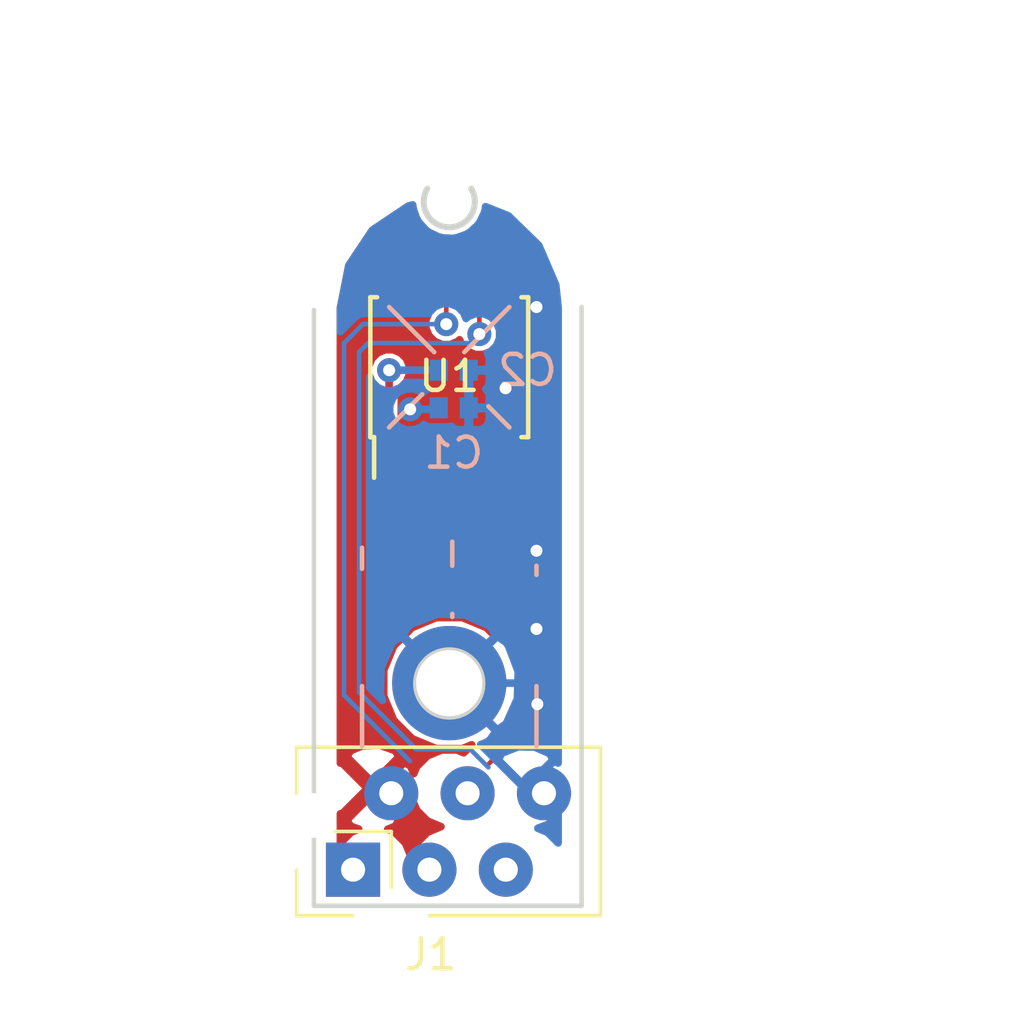
<source format=kicad_pcb>
(kicad_pcb (version 20171130) (host pcbnew 6.0.0-rc1-unknown-ef6f7e9~66~ubuntu16.04.1)

  (general
    (thickness 1)
    (drawings 21)
    (tracks 59)
    (zones 0)
    (modules 5)
    (nets 13)
  )

  (page A4)
  (layers
    (0 F.Cu signal)
    (31 B.Cu signal)
    (32 B.Adhes user)
    (33 F.Adhes user)
    (34 B.Paste user)
    (35 F.Paste user)
    (36 B.SilkS user)
    (37 F.SilkS user)
    (38 B.Mask user)
    (39 F.Mask user)
    (40 Dwgs.User user)
    (41 Cmts.User user)
    (42 Eco1.User user)
    (43 Eco2.User user)
    (44 Edge.Cuts user)
    (45 Margin user)
    (46 B.CrtYd user)
    (47 F.CrtYd user)
    (48 B.Fab user)
    (49 F.Fab user)
  )

  (setup
    (last_trace_width 0.1524)
    (trace_clearance 0.1524)
    (zone_clearance 0.1524)
    (zone_45_only no)
    (trace_min 0.1524)
    (via_size 0.8)
    (via_drill 0.4)
    (via_min_size 0.4)
    (via_min_drill 0.3)
    (uvia_size 0.3)
    (uvia_drill 0.1)
    (uvias_allowed no)
    (uvia_min_size 0.2)
    (uvia_min_drill 0.1)
    (edge_width 0.15)
    (segment_width 0.15)
    (pcb_text_width 0.3)
    (pcb_text_size 1.5 1.5)
    (mod_edge_width 0.15)
    (mod_text_size 1 1)
    (mod_text_width 0.15)
    (pad_size 1.524 1.524)
    (pad_drill 0.762)
    (pad_to_mask_clearance 0.2)
    (solder_mask_min_width 0.25)
    (aux_axis_origin 120.775 98.8)
    (grid_origin 120.775 98.8)
    (visible_elements 7FFDFFFF)
    (pcbplotparams
      (layerselection 0x010fc_ffffffff)
      (usegerberextensions true)
      (usegerberattributes false)
      (usegerberadvancedattributes false)
      (creategerberjobfile false)
      (excludeedgelayer true)
      (linewidth 0.100000)
      (plotframeref false)
      (viasonmask false)
      (mode 1)
      (useauxorigin false)
      (hpglpennumber 1)
      (hpglpenspeed 20)
      (hpglpendiameter 15.000000)
      (psnegative false)
      (psa4output false)
      (plotreference true)
      (plotvalue false)
      (plotinvisibletext false)
      (padsonsilk false)
      (subtractmaskfromsilk false)
      (outputformat 1)
      (mirror false)
      (drillshape 0)
      (scaleselection 1)
      (outputdirectory "grb"))
  )

  (net 0 "")
  (net 1 +5V)
  (net 2 GND)
  (net 3 "Net-(C2-Pad2)")
  (net 4 /MISO)
  (net 5 /MOSI)
  (net 6 /SCLK)
  (net 7 /CS)
  (net 8 "Net-(U1-Pad14)")
  (net 9 "Net-(U1-Pad13)")
  (net 10 "Net-(U1-Pad12)")
  (net 11 "Net-(U1-Pad4)")
  (net 12 "Net-(U1-Pad3)")

  (net_class Default "This is the default net class."
    (clearance 0.1524)
    (trace_width 0.1524)
    (via_dia 0.8)
    (via_drill 0.4)
    (uvia_dia 0.3)
    (uvia_drill 0.1)
    (add_net /CS)
    (add_net /MISO)
    (add_net /MOSI)
    (add_net /SCLK)
    (add_net "Net-(U1-Pad12)")
    (add_net "Net-(U1-Pad13)")
    (add_net "Net-(U1-Pad14)")
    (add_net "Net-(U1-Pad3)")
    (add_net "Net-(U1-Pad4)")
  )

  (net_class PWR ""
    (clearance 0.1524)
    (trace_width 0.254)
    (via_dia 0.8)
    (via_drill 0.4)
    (uvia_dia 0.3)
    (uvia_drill 0.1)
    (add_net +5V)
    (add_net GND)
    (add_net "Net-(C2-Pad2)")
  )

  (module custom_lib:TE-Connectivity_Micro-Match_connector_02x03_Pitch_1.27mm (layer F.Cu) (tedit 59BA7DB1) (tstamp 5C76CE75)
    (at 121.575 97.5 90)
    (descr "TE-Connectivity Micro-Match connector, female, 02x02, board mount, 1.27mm pitch, 215079-6")
    (tags "connector, TE-Connectivity, female")
    (path /5C76C55D)
    (fp_text reference J1 (at -2.8205 2.5875 180) (layer F.SilkS)
      (effects (font (size 1 1) (thickness 0.15)))
    )
    (fp_text value TE-Connectivity_Micro_Match_215079-6 (at 0 9.8 90) (layer F.Fab)
      (effects (font (size 1 1) (thickness 0.15)))
    )
    (fp_line (start -1.8 8.725) (end -1.8 -2.475) (layer F.CrtYd) (width 0.05))
    (fp_line (start -1.8 8.725) (end 4.4 8.725) (layer F.CrtYd) (width 0.05))
    (fp_line (start -1.53 2.54) (end -1.53 8.225) (layer F.SilkS) (width 0.12))
    (fp_line (start -1.33 -1.675) (end -1.33 8.025) (layer F.Fab) (width 0.1))
    (fp_line (start -1.33 8.025) (end 3.87 8.025) (layer F.Fab) (width 0.1))
    (fp_line (start 3.87 -1.675) (end 3.87 8.025) (layer F.Fab) (width 0.1))
    (fp_line (start -1.33 -1.675) (end 3.87 -1.675) (layer F.Fab) (width 0.1))
    (fp_line (start -1.53 8.225) (end 4.07 8.225) (layer F.SilkS) (width 0.12))
    (fp_line (start 4.07 -1.875) (end 4.07 8.225) (layer F.SilkS) (width 0.12))
    (fp_line (start 2.54 -1.875) (end 4.07 -1.875) (layer F.SilkS) (width 0.12))
    (fp_line (start 1.27 -0.6) (end 1.27 1.27) (layer F.SilkS) (width 0.12))
    (fp_line (start 1.27 1.27) (end -0.6 1.27) (layer F.SilkS) (width 0.12))
    (fp_line (start -1.53 0) (end -1.53 -1.875) (layer F.SilkS) (width 0.12))
    (fp_line (start -1.53 -1.875) (end 0 -1.875) (layer F.SilkS) (width 0.12))
    (fp_line (start 4.4 8.725) (end 4.4 -2.475) (layer F.CrtYd) (width 0.05))
    (fp_line (start -1.8 -2.475) (end 4.4 -2.475) (layer F.CrtYd) (width 0.05))
    (fp_text user %R (at -2.8205 2.5875 180) (layer F.Fab)
      (effects (font (size 1 1) (thickness 0.15)))
    )
    (pad 6 thru_hole circle (at 2.54 6.35 90) (size 1.8 1.8) (drill 0.8001) (layers *.Cu *.Mask)
      (net 2 GND))
    (pad 5 thru_hole circle (at 0 5.08 90) (size 1.8 1.8) (drill 0.8001) (layers *.Cu *.Mask)
      (net 7 /CS))
    (pad 1 thru_hole rect (at 0 0 90) (size 1.8 1.8) (drill 0.8001) (layers *.Cu *.Mask)
      (net 1 +5V))
    (pad 2 thru_hole circle (at 2.54 1.27 90) (size 1.8 1.8) (drill 0.8001) (layers *.Cu *.Mask)
      (net 4 /MISO))
    (pad 3 thru_hole circle (at 0 2.54 90) (size 1.8 1.8) (drill 0.8001) (layers *.Cu *.Mask)
      (net 5 /MOSI))
    (pad 4 thru_hole circle (at 2.54 3.81 90) (size 1.8 1.8) (drill 0.8001) (layers *.Cu *.Mask)
      (net 6 /SCLK))
    (pad "" np_thru_hole circle (at 1.8 -1.4 90) (size 1.5001 1.5001) (drill 1.5001) (layers *.Cu *.Mask))
    (model ../../_3Dmodels/Connectors_TE-Connectivity.3dshapes/c-215079-4-t-3d.wrl
      (at (xyz 0 0 0))
      (scale (xyz 1 1 1))
      (rotate (xyz 0 0 0))
    )
  )

  (module custom_lib:The_0402_FP (layer B.Cu) (tedit 5A981177) (tstamp 5BAE5638)
    (at 124.925 82.15 180)
    (path /5B9FB1D1)
    (attr smd)
    (fp_text reference C1 (at 0 -1.5 180) (layer B.SilkS)
      (effects (font (size 1 1) (thickness 0.15)) (justify mirror))
    )
    (fp_text value 100n (at 0 -1.65 180) (layer B.Fab)
      (effects (font (size 1 1) (thickness 0.15)) (justify mirror))
    )
    (fp_line (start -0.5 -0.25) (end -0.5 0.25) (layer B.Fab) (width 0.1))
    (fp_line (start 0.5 -0.25) (end -0.5 -0.25) (layer B.Fab) (width 0.1))
    (fp_line (start 0.5 0.25) (end 0.5 -0.25) (layer B.Fab) (width 0.1))
    (fp_line (start -0.5 0.25) (end 0.5 0.25) (layer B.Fab) (width 0.1))
    (fp_line (start -0.95 -0.5) (end -0.95 0.5) (layer B.CrtYd) (width 0.05))
    (fp_line (start 0.95 -0.5) (end -0.95 -0.5) (layer B.CrtYd) (width 0.05))
    (fp_line (start 0.95 0.5) (end 0.95 -0.5) (layer B.CrtYd) (width 0.05))
    (fp_line (start -0.95 0.5) (end 0.95 0.5) (layer B.CrtYd) (width 0.05))
    (pad 2 smd rect (at 0.5 0 180) (size 0.6 0.7) (layers B.Cu B.Paste B.Mask)
      (net 1 +5V))
    (pad 1 smd rect (at -0.5 0 180) (size 0.6 0.7) (layers B.Cu B.Paste B.Mask)
      (net 2 GND))
    (model ${KISYS3DMOD}/Capacitor_SMD.3dshapes/C_0402_1005Metric.wrl
      (at (xyz 0 0 0))
      (scale (xyz 1 1 1))
      (rotate (xyz 0 0 0))
    )
  )

  (module custom_lib:The_0402_FP (layer B.Cu) (tedit 5A981177) (tstamp 5BA23118)
    (at 124.925 80.9 180)
    (path /5B9FB275)
    (attr smd)
    (fp_text reference C2 (at -2.45 0) (layer B.SilkS)
      (effects (font (size 1 1) (thickness 0.15)) (justify mirror))
    )
    (fp_text value 100n (at 0 -1.65 180) (layer B.Fab)
      (effects (font (size 1 1) (thickness 0.15)) (justify mirror))
    )
    (fp_line (start -0.95 0.5) (end 0.95 0.5) (layer B.CrtYd) (width 0.05))
    (fp_line (start 0.95 0.5) (end 0.95 -0.5) (layer B.CrtYd) (width 0.05))
    (fp_line (start 0.95 -0.5) (end -0.95 -0.5) (layer B.CrtYd) (width 0.05))
    (fp_line (start -0.95 -0.5) (end -0.95 0.5) (layer B.CrtYd) (width 0.05))
    (fp_line (start -0.5 0.25) (end 0.5 0.25) (layer B.Fab) (width 0.1))
    (fp_line (start 0.5 0.25) (end 0.5 -0.25) (layer B.Fab) (width 0.1))
    (fp_line (start 0.5 -0.25) (end -0.5 -0.25) (layer B.Fab) (width 0.1))
    (fp_line (start -0.5 -0.25) (end -0.5 0.25) (layer B.Fab) (width 0.1))
    (pad 1 smd rect (at -0.5 0 180) (size 0.6 0.7) (layers B.Cu B.Paste B.Mask)
      (net 2 GND))
    (pad 2 smd rect (at 0.5 0 180) (size 0.6 0.7) (layers B.Cu B.Paste B.Mask)
      (net 3 "Net-(C2-Pad2)"))
    (model ${KISYS3DMOD}/Capacitor_SMD.3dshapes/C_0402_1005Metric.wrl
      (at (xyz 0 0 0))
      (scale (xyz 1 1 1))
      (rotate (xyz 0 0 0))
    )
  )

  (module Package_SSOP:TSSOP-14_4.4x5mm_P0.65mm (layer F.Cu) (tedit 5A02F25C) (tstamp 5BA2347F)
    (at 124.775 80.8 90)
    (descr "14-Lead Plastic Thin Shrink Small Outline (ST)-4.4 mm Body [TSSOP] (see Microchip Packaging Specification 00000049BS.pdf)")
    (tags "SSOP 0.65")
    (path /5B9FB040)
    (attr smd)
    (fp_text reference U1 (at -0.3 0) (layer F.SilkS)
      (effects (font (size 1 1) (thickness 0.15)))
    )
    (fp_text value A1339LLETR-T (at 0 3.55 90) (layer F.Fab)
      (effects (font (size 1 1) (thickness 0.15)))
    )
    (fp_text user %R (at 0 0 90) (layer F.Fab)
      (effects (font (size 0.8 0.8) (thickness 0.15)))
    )
    (fp_line (start -2.325 -2.5) (end -3.675 -2.5) (layer F.SilkS) (width 0.15))
    (fp_line (start -2.325 2.625) (end 2.325 2.625) (layer F.SilkS) (width 0.15))
    (fp_line (start -2.325 -2.625) (end 2.325 -2.625) (layer F.SilkS) (width 0.15))
    (fp_line (start -2.325 2.625) (end -2.325 2.4) (layer F.SilkS) (width 0.15))
    (fp_line (start 2.325 2.625) (end 2.325 2.4) (layer F.SilkS) (width 0.15))
    (fp_line (start 2.325 -2.625) (end 2.325 -2.4) (layer F.SilkS) (width 0.15))
    (fp_line (start -2.325 -2.625) (end -2.325 -2.5) (layer F.SilkS) (width 0.15))
    (fp_line (start -3.95 2.8) (end 3.95 2.8) (layer F.CrtYd) (width 0.05))
    (fp_line (start -3.95 -2.8) (end 3.95 -2.8) (layer F.CrtYd) (width 0.05))
    (fp_line (start 3.95 -2.8) (end 3.95 2.8) (layer F.CrtYd) (width 0.05))
    (fp_line (start -3.95 -2.8) (end -3.95 2.8) (layer F.CrtYd) (width 0.05))
    (fp_line (start -2.2 -1.5) (end -1.2 -2.5) (layer F.Fab) (width 0.15))
    (fp_line (start -2.2 2.5) (end -2.2 -1.5) (layer F.Fab) (width 0.15))
    (fp_line (start 2.2 2.5) (end -2.2 2.5) (layer F.Fab) (width 0.15))
    (fp_line (start 2.2 -2.5) (end 2.2 2.5) (layer F.Fab) (width 0.15))
    (fp_line (start -1.2 -2.5) (end 2.2 -2.5) (layer F.Fab) (width 0.15))
    (pad 14 smd rect (at 2.95 -1.95 90) (size 1.45 0.45) (layers F.Cu F.Paste F.Mask)
      (net 8 "Net-(U1-Pad14)"))
    (pad 13 smd rect (at 2.95 -1.3 90) (size 1.45 0.45) (layers F.Cu F.Paste F.Mask)
      (net 9 "Net-(U1-Pad13)"))
    (pad 12 smd rect (at 2.95 -0.65 90) (size 1.45 0.45) (layers F.Cu F.Paste F.Mask)
      (net 10 "Net-(U1-Pad12)"))
    (pad 11 smd rect (at 2.95 0 90) (size 1.45 0.45) (layers F.Cu F.Paste F.Mask)
      (net 4 /MISO))
    (pad 10 smd rect (at 2.95 0.65 90) (size 1.45 0.45) (layers F.Cu F.Paste F.Mask)
      (net 5 /MOSI))
    (pad 9 smd rect (at 2.95 1.3 90) (size 1.45 0.45) (layers F.Cu F.Paste F.Mask)
      (net 6 /SCLK))
    (pad 8 smd rect (at 2.95 1.95 90) (size 1.45 0.45) (layers F.Cu F.Paste F.Mask)
      (net 7 /CS))
    (pad 7 smd rect (at -2.95 1.95 90) (size 1.45 0.45) (layers F.Cu F.Paste F.Mask)
      (net 2 GND))
    (pad 6 smd rect (at -2.95 1.3 90) (size 1.45 0.45) (layers F.Cu F.Paste F.Mask)
      (net 2 GND))
    (pad 5 smd rect (at -2.95 0.65 90) (size 1.45 0.45) (layers F.Cu F.Paste F.Mask)
      (net 2 GND))
    (pad 4 smd rect (at -2.95 0 90) (size 1.45 0.45) (layers F.Cu F.Paste F.Mask)
      (net 11 "Net-(U1-Pad4)"))
    (pad 3 smd rect (at -2.95 -0.65 90) (size 1.45 0.45) (layers F.Cu F.Paste F.Mask)
      (net 12 "Net-(U1-Pad3)"))
    (pad 2 smd rect (at -2.95 -1.3 90) (size 1.45 0.45) (layers F.Cu F.Paste F.Mask)
      (net 1 +5V))
    (pad 1 smd rect (at -2.95 -1.95 90) (size 1.45 0.45) (layers F.Cu F.Paste F.Mask)
      (net 3 "Net-(C2-Pad2)"))
    (model ${KISYS3DMOD}/Package_SSOP.3dshapes/TSSOP-14_4.4x5mm_P0.65mm.wrl
      (at (xyz 0 0 0))
      (scale (xyz 1 1 1))
      (rotate (xyz 0 0 0))
    )
  )

  (module Mounting_Holes:MountingHole_2.2mm_M2_DIN965_Pad (layer F.Cu) (tedit 5BAE556A) (tstamp 5BD14B60)
    (at 124.775 91.3)
    (descr "Mounting Hole 2.2mm, M2, DIN965")
    (tags "mounting hole 2.2mm m2 din965")
    (path /5BAA9236)
    (fp_text reference MK1 (at 0 -2.9) (layer F.SilkS) hide
      (effects (font (size 1 1) (thickness 0.15)))
    )
    (fp_text value Mounting_Hole_PAD (at 0 2.9) (layer F.Fab)
      (effects (font (size 1 1) (thickness 0.15)))
    )
    (fp_circle (center 0 0) (end 1.9 0) (layer Cmts.User) (width 0.15))
    (fp_circle (center 0 0) (end 2.15 0) (layer F.CrtYd) (width 0.05))
    (pad 1 thru_hole circle (at 0 0) (size 3.8 3.8) (drill 2.2) (layers *.Cu *.Mask)
      (net 2 GND))
  )

  (gr_line (start 120.275 98.7) (end 120.275 78.9) (layer Edge.Cuts) (width 0.15))
  (gr_line (start 129.175 98.7) (end 129.175 78.8) (layer Edge.Cuts) (width 0.15))
  (gr_line (start 120.275 98.7) (end 129.175 98.7) (layer Edge.Cuts) (width 0.15))
  (gr_line (start 122.775 82.8) (end 123.875 81.7) (layer B.SilkS) (width 0.15))
  (gr_line (start 126.775 82.8) (end 126.075 82.1) (layer B.SilkS) (width 0.15))
  (gr_line (start 124.875 89) (end 124.875 89.1) (layer B.SilkS) (width 0.15))
  (gr_line (start 127.675 87.4) (end 127.675 87.7) (layer B.SilkS) (width 0.15))
  (gr_line (start 124.875 86.6) (end 124.875 87.4) (layer B.SilkS) (width 0.15))
  (gr_line (start 121.875 86.8) (end 121.875 87.5) (layer B.SilkS) (width 0.15))
  (gr_line (start 127.675 91.4) (end 127.675 93.4) (layer B.SilkS) (width 0.15))
  (gr_line (start 121.875 91.4) (end 121.875 93.4) (layer B.SilkS) (width 0.15))
  (dimension 24.000052 (width 0.3) (layer Dwgs.User)
    (gr_text "24.000 mm" (at 116.120009 86.797479 89.88063397) (layer Dwgs.User)
      (effects (font (size 1.5 1.5) (thickness 0.3)))
    )
    (feature1 (pts (xy 120.005 98.8) (xy 114.745012 98.800292)))
    (feature2 (pts (xy 120.055 74.8) (xy 114.795012 74.800292)))
    (crossbar (pts (xy 117.495006 74.794667) (xy 117.445006 98.794667)))
    (arrow1a (pts (xy 117.445006 98.794667) (xy 116.860933 97.666944)))
    (arrow1b (pts (xy 117.445006 98.794667) (xy 118.033772 97.669387)))
    (arrow2a (pts (xy 117.495006 74.794667) (xy 116.90624 75.919947)))
    (arrow2b (pts (xy 117.495006 74.794667) (xy 118.079079 75.92239)))
  )
  (dimension 7.5 (width 0.3) (layer Dwgs.User)
    (gr_text "7.500 mm" (at 140.825 95.05 270) (layer Dwgs.User)
      (effects (font (size 1.5 1.5) (thickness 0.3)))
    )
    (feature1 (pts (xy 136.575 98.8) (xy 142.175 98.8)))
    (feature2 (pts (xy 136.575 91.3) (xy 142.175 91.3)))
    (crossbar (pts (xy 139.475 91.3) (xy 139.475 98.8)))
    (arrow1a (pts (xy 139.475 98.8) (xy 138.888579 97.673496)))
    (arrow1b (pts (xy 139.475 98.8) (xy 140.061421 97.673496)))
    (arrow2a (pts (xy 139.475 91.3) (xy 138.888579 92.426504)))
    (arrow2b (pts (xy 139.475 91.3) (xy 140.061421 92.426504)))
  )
  (dimension 8 (width 0.3) (layer Dwgs.User)
    (gr_text "8.000 mm" (at 124.775 103.25) (layer Dwgs.User)
      (effects (font (size 1.5 1.5) (thickness 0.3)))
    )
    (feature1 (pts (xy 128.775 98.8) (xy 128.775 104.6)))
    (feature2 (pts (xy 120.775 98.8) (xy 120.775 104.6)))
    (crossbar (pts (xy 120.775 101.9) (xy 128.775 101.9)))
    (arrow1a (pts (xy 128.775 101.9) (xy 127.648496 102.486421)))
    (arrow1b (pts (xy 128.775 101.9) (xy 127.648496 101.313579)))
    (arrow2a (pts (xy 120.775 101.9) (xy 121.901504 102.486421)))
    (arrow2b (pts (xy 120.775 101.9) (xy 121.901504 101.313579)))
  )
  (dimension 4 (width 0.3) (layer Dwgs.User)
    (gr_text "4.000 mm" (at 122.775 70.45) (layer Dwgs.User)
      (effects (font (size 1.5 1.5) (thickness 0.3)))
    )
    (feature1 (pts (xy 120.775 74.3) (xy 120.775 69.1)))
    (feature2 (pts (xy 124.775 74.3) (xy 124.775 69.1)))
    (crossbar (pts (xy 124.775 71.8) (xy 120.775 71.8)))
    (arrow1a (pts (xy 120.775 71.8) (xy 121.901504 71.213579)))
    (arrow1b (pts (xy 120.775 71.8) (xy 121.901504 72.386421)))
    (arrow2a (pts (xy 124.775 71.8) (xy 123.648496 71.213579)))
    (arrow2b (pts (xy 124.775 71.8) (xy 123.648496 72.386421)))
  )
  (dimension 18 (width 0.3) (layer Dwgs.User)
    (gr_text "18.000 mm" (at 133.725 89.8 270) (layer Dwgs.User)
      (effects (font (size 1.5 1.5) (thickness 0.3)))
    )
    (feature1 (pts (xy 129.775 98.8) (xy 135.075 98.8)))
    (feature2 (pts (xy 129.775 80.8) (xy 135.075 80.8)))
    (crossbar (pts (xy 132.375 80.8) (xy 132.375 98.8)))
    (arrow1a (pts (xy 132.375 98.8) (xy 131.788579 97.673496)))
    (arrow1b (pts (xy 132.375 98.8) (xy 132.961421 97.673496)))
    (arrow2a (pts (xy 132.375 80.8) (xy 131.788579 81.926504)))
    (arrow2b (pts (xy 132.375 80.8) (xy 132.961421 81.926504)))
  )
  (gr_circle (center 124.775 91.311429) (end 125.875 91.311429) (layer Edge.Cuts) (width 0.2))
  (gr_circle (center 124.775 91.311429) (end 125.875 91.311429) (layer Edge.Cuts) (width 0.2))
  (gr_line (start 126.775 78.8) (end 125.275 80.3) (layer B.SilkS) (width 0.15) (tstamp 5BA230F7))
  (gr_arc (start 124.775 75.3) (end 124.04326 74.8675) (angle -241.2) (layer Edge.Cuts) (width 0.2) (tstamp 5BA23106))
  (gr_line (start 122.775 78.8) (end 124.275 80.3) (layer B.SilkS) (width 0.15) (tstamp 5BA23109))

  (segment (start 123.475 82.2) (end 124.375 82.2) (width 0.254) (layer B.Cu) (net 1))
  (segment (start 124.375 82.2) (end 124.425 82.15) (width 0.254) (layer B.Cu) (net 1))
  (segment (start 123.475 83.75) (end 123.475 82.2) (width 0.254) (layer F.Cu) (net 1))
  (via (at 123.475 82.2) (size 0.8) (drill 0.4) (layers F.Cu B.Cu) (net 1))
  (via (at 127.70361 92) (size 0.8) (drill 0.4) (layers F.Cu B.Cu) (net 2))
  (via (at 127.675 78.8) (size 0.8) (drill 0.4) (layers F.Cu B.Cu) (net 2))
  (via (at 127.675 86.9) (size 0.8) (drill 0.4) (layers F.Cu B.Cu) (net 2))
  (via (at 127.675 89.5) (size 0.8) (drill 0.4) (layers F.Cu B.Cu) (net 2))
  (via (at 126.64639 81.5) (size 0.8) (drill 0.4) (layers F.Cu B.Cu) (net 2))
  (segment (start 126.725 83.75) (end 126.725 81.57861) (width 0.254) (layer F.Cu) (net 2))
  (segment (start 126.725 81.57861) (end 126.64639 81.5) (width 0.254) (layer F.Cu) (net 2))
  (segment (start 127.075 91.3) (end 127.315 91.54) (width 0.254) (layer B.Cu) (net 2))
  (segment (start 124.775 91.3) (end 127.075 91.3) (width 0.254) (layer B.Cu) (net 2))
  (segment (start 126.725 83.75) (end 126.075 83.75) (width 0.254) (layer F.Cu) (net 2))
  (segment (start 125.425 83.75) (end 126.075 83.75) (width 0.254) (layer F.Cu) (net 2))
  (segment (start 122.775 83.7) (end 122.775 82.721) (width 0.254) (layer F.Cu) (net 3))
  (segment (start 122.825 83.75) (end 122.775 83.7) (width 0.254) (layer F.Cu) (net 3))
  (segment (start 122.775 82.721) (end 122.775 80.9) (width 0.254) (layer F.Cu) (net 3))
  (segment (start 122.775 80.9) (end 124.425 80.9) (width 0.254) (layer B.Cu) (net 3))
  (via (at 122.775 80.9) (size 0.8) (drill 0.4) (layers F.Cu B.Cu) (net 3))
  (segment (start 124.675 79.368998) (end 124.675 77.95) (width 0.1524) (layer F.Cu) (net 4))
  (segment (start 124.675 77.95) (end 124.775 77.85) (width 0.1524) (layer F.Cu) (net 4))
  (segment (start 121.906002 79.368998) (end 124.675 79.368998) (width 0.1524) (layer B.Cu) (net 4))
  (segment (start 121.275 80) (end 121.906002 79.368998) (width 0.1524) (layer B.Cu) (net 4))
  (via (at 124.675 79.368998) (size 0.8) (drill 0.4) (layers F.Cu B.Cu) (net 4))
  (segment (start 121.275 87.9) (end 121.275 80) (width 0.1524) (layer B.Cu) (net 4))
  (segment (start 121.275 91.7) (end 121.275 87.9) (width 0.1524) (layer B.Cu) (net 4))
  (segment (start 123.463091 93.888091) (end 121.275 91.7) (width 0.1524) (layer B.Cu) (net 4))
  (segment (start 125.775 79.7) (end 125.775 79.134315) (width 0.1524) (layer F.Cu) (net 5))
  (segment (start 125.775 79.134315) (end 125.425 78.784315) (width 0.1524) (layer F.Cu) (net 5))
  (segment (start 125.425 78.784315) (end 125.425 78.7274) (width 0.1524) (layer F.Cu) (net 5))
  (segment (start 125.425 78.7274) (end 125.425 77.85) (width 0.1524) (layer F.Cu) (net 5))
  (segment (start 122.077402 79.997598) (end 125.477402 79.997598) (width 0.1524) (layer B.Cu) (net 5))
  (segment (start 121.775 80.3) (end 122.077402 79.997598) (width 0.1524) (layer B.Cu) (net 5))
  (segment (start 125.477402 79.997598) (end 125.775 79.7) (width 0.1524) (layer B.Cu) (net 5))
  (via (at 125.775 79.7) (size 0.8) (drill 0.4) (layers F.Cu B.Cu) (net 5))
  (segment (start 121.775 91.6) (end 121.775 80.3) (width 0.1524) (layer B.Cu) (net 5))
  (segment (start 122.075 91.9) (end 121.775 91.6) (width 0.1524) (layer B.Cu) (net 5))
  (segment (start 122.775 92.6) (end 122.075 91.9) (width 0.1524) (layer B.Cu) (net 5))
  (segment (start 126.075 94.1) (end 125.475 93.5) (width 0.1524) (layer B.Cu) (net 5))
  (segment (start 125.475 93.5) (end 123.675 93.5) (width 0.1524) (layer B.Cu) (net 5))
  (segment (start 123.675 93.5) (end 122.775 92.6) (width 0.1524) (layer B.Cu) (net 5))
  (segment (start 128.375 92.4) (end 128.375 78.6) (width 0.1524) (layer F.Cu) (net 6))
  (segment (start 126.075 76.7) (end 126.075 77.85) (width 0.1524) (layer F.Cu) (net 6))
  (segment (start 127.37019 93.40481) (end 128.375 92.4) (width 0.1524) (layer F.Cu) (net 6))
  (segment (start 126.67019 93.40481) (end 127.37019 93.40481) (width 0.1524) (layer F.Cu) (net 6))
  (segment (start 126.075 94) (end 126.67019 93.40481) (width 0.1524) (layer F.Cu) (net 6))
  (segment (start 128.375 78.6) (end 127.775 78) (width 0.1524) (layer F.Cu) (net 6))
  (segment (start 127.775 78) (end 127.775 77.1) (width 0.1524) (layer F.Cu) (net 6))
  (segment (start 126.275 76.5) (end 126.075 76.7) (width 0.1524) (layer F.Cu) (net 6))
  (segment (start 127.775 77.1) (end 127.175 76.5) (width 0.1524) (layer F.Cu) (net 6))
  (segment (start 127.175 76.5) (end 126.275 76.5) (width 0.1524) (layer F.Cu) (net 6))
  (segment (start 126.575 85.7) (end 127.475 84.8) (width 0.1524) (layer F.Cu) (net 7))
  (segment (start 126.575 89.8) (end 126.575 85.7) (width 0.1524) (layer F.Cu) (net 7))
  (segment (start 127.075 90.3) (end 126.575 89.8) (width 0.1524) (layer F.Cu) (net 7))
  (segment (start 126.725 78.95) (end 126.725 77.85) (width 0.1524) (layer F.Cu) (net 7))
  (segment (start 127.075 92.3) (end 127.075 90.3) (width 0.1524) (layer F.Cu) (net 7))
  (segment (start 127.475 84.8) (end 127.475 79.7) (width 0.1524) (layer F.Cu) (net 7))
  (segment (start 127.475 79.7) (end 126.725 78.95) (width 0.1524) (layer F.Cu) (net 7))

  (zone (net 1) (net_name +5V) (layer F.Cu) (tstamp 0) (hatch edge 0.508)
    (connect_pads (clearance 0.1524))
    (min_thickness 0.254)
    (fill yes (arc_segments 16) (thermal_gap 0.3048) (thermal_bridge_width 0.508))
    (polygon
      (pts
        (xy 120.975 98.6) (xy 128.575 98.6) (xy 128.575 74.8) (xy 120.975 74.8)
      )
    )
    (filled_polygon
      (pts
        (xy 123.574459 75.537958) (xy 123.575574 75.545779) (xy 123.685542 75.85867) (xy 123.76093 75.98607) (xy 123.982266 76.233062)
        (xy 124.10067 76.321915) (xy 124.399675 76.465402) (xy 124.399677 76.465403) (xy 124.506291 76.492748) (xy 124.543069 76.502181)
        (xy 124.54307 76.502181) (xy 124.5456 76.50232) (xy 124.5456 76.841002) (xy 124.45 76.860019) (xy 124.35 76.840127)
        (xy 123.9 76.840127) (xy 123.8 76.860019) (xy 123.7 76.840127) (xy 123.25 76.840127) (xy 123.15 76.860019)
        (xy 123.05 76.840127) (xy 122.6 76.840127) (xy 122.490984 76.861812) (xy 122.398564 76.923564) (xy 122.336812 77.015984)
        (xy 122.315127 77.125) (xy 122.315127 78.575) (xy 122.336812 78.684016) (xy 122.398564 78.776436) (xy 122.490984 78.838188)
        (xy 122.6 78.859873) (xy 123.05 78.859873) (xy 123.15 78.839981) (xy 123.25 78.859873) (xy 123.7 78.859873)
        (xy 123.8 78.839981) (xy 123.9 78.859873) (xy 124.223309 78.859873) (xy 124.099033 78.984149) (xy 123.9956 79.233857)
        (xy 123.9956 79.504139) (xy 124.099033 79.753847) (xy 124.290151 79.944965) (xy 124.539859 80.048398) (xy 124.810141 80.048398)
        (xy 125.059849 79.944965) (xy 125.117296 79.887518) (xy 125.199033 80.084849) (xy 125.390151 80.275967) (xy 125.639859 80.3794)
        (xy 125.910141 80.3794) (xy 126.159849 80.275967) (xy 126.350967 80.084849) (xy 126.4544 79.835141) (xy 126.4544 79.564859)
        (xy 126.350967 79.315151) (xy 126.159849 79.124033) (xy 126.125745 79.109907) (xy 126.103532 78.998232) (xy 126.026447 78.882868)
        (xy 126.003452 78.859873) (xy 126.189741 78.859873) (xy 126.39163 79.061762) (xy 126.396468 79.086083) (xy 126.473553 79.201447)
        (xy 127.1194 79.847294) (xy 127.1194 81.012194) (xy 127.031239 80.924033) (xy 126.781531 80.8206) (xy 126.511249 80.8206)
        (xy 126.261541 80.924033) (xy 126.070423 81.115151) (xy 125.96699 81.364859) (xy 125.96699 81.635141) (xy 126.070423 81.884849)
        (xy 126.261541 82.075967) (xy 126.3186 82.099602) (xy 126.3186 82.743827) (xy 126.3 82.740127) (xy 125.85 82.740127)
        (xy 125.75 82.760019) (xy 125.65 82.740127) (xy 125.2 82.740127) (xy 125.1 82.760019) (xy 125 82.740127)
        (xy 124.55 82.740127) (xy 124.45 82.760019) (xy 124.35 82.740127) (xy 124.025785 82.740127) (xy 123.944595 82.658938)
        (xy 123.785891 82.5932) (xy 123.69545 82.5932) (xy 123.5875 82.70115) (xy 123.5875 83.623) (xy 123.615127 83.623)
        (xy 123.615127 83.877) (xy 123.5875 83.877) (xy 123.5875 84.79885) (xy 123.69545 84.9068) (xy 123.785891 84.9068)
        (xy 123.944595 84.841062) (xy 124.025785 84.759873) (xy 124.35 84.759873) (xy 124.45 84.739981) (xy 124.55 84.759873)
        (xy 125 84.759873) (xy 125.1 84.739981) (xy 125.2 84.759873) (xy 125.65 84.759873) (xy 125.75 84.739981)
        (xy 125.85 84.759873) (xy 126.1956 84.759873) (xy 126.1956 89.638463) (xy 126.009531 89.452394) (xy 125.20851 89.1206)
        (xy 124.34149 89.1206) (xy 123.540469 89.452394) (xy 122.927394 90.065469) (xy 122.5956 90.86649) (xy 122.5956 91.73351)
        (xy 122.927394 92.534531) (xy 123.540469 93.147606) (xy 124.34149 93.4794) (xy 125.20851 93.4794) (xy 125.522952 93.349154)
        (xy 125.256799 93.615307) (xy 125.029387 93.52111) (xy 124.520613 93.52111) (xy 124.050567 93.715809) (xy 123.690809 94.075567)
        (xy 123.593964 94.309373) (xy 123.485793 94.048227) (xy 123.276144 93.938461) (xy 122.414605 94.8) (xy 123.276144 95.661539)
        (xy 123.485793 95.551773) (xy 123.586267 95.272045) (xy 123.690809 95.524433) (xy 124.050567 95.884191) (xy 124.499151 96.07)
        (xy 124.050567 96.255809) (xy 123.690809 96.615567) (xy 123.505 97.064151) (xy 123.319191 96.615567) (xy 122.959433 96.255809)
        (xy 122.725627 96.158964) (xy 122.986773 96.050793) (xy 123.096539 95.841144) (xy 122.235 94.979605) (xy 121.373461 95.841144)
        (xy 121.483227 96.050793) (xy 121.762955 96.151267) (xy 121.510567 96.255809) (xy 121.1544 96.611976) (xy 121.1544 95.640881)
        (xy 121.193856 95.661539) (xy 122.055395 94.8) (xy 121.193856 93.938461) (xy 121.1544 93.959119) (xy 121.1544 93.758856)
        (xy 121.373461 93.758856) (xy 122.235 94.620395) (xy 123.096539 93.758856) (xy 122.986773 93.549207) (xy 122.45089 93.356726)
        (xy 121.88214 93.383971) (xy 121.483227 93.549207) (xy 121.373461 93.758856) (xy 121.1544 93.758856) (xy 121.1544 80.764859)
        (xy 122.0956 80.764859) (xy 122.0956 81.035141) (xy 122.199033 81.284849) (xy 122.3686 81.454416) (xy 122.3686 82.868409)
        (xy 122.336812 82.915984) (xy 122.315127 83.025) (xy 122.315127 84.475) (xy 122.336812 84.584016) (xy 122.398564 84.676436)
        (xy 122.490984 84.738188) (xy 122.6 84.759873) (xy 122.924215 84.759873) (xy 123.005405 84.841062) (xy 123.164109 84.9068)
        (xy 123.25455 84.9068) (xy 123.3625 84.79885) (xy 123.3625 83.877) (xy 123.334873 83.877) (xy 123.334873 83.623)
        (xy 123.3625 83.623) (xy 123.3625 82.70115) (xy 123.25455 82.5932) (xy 123.1814 82.5932) (xy 123.1814 81.454416)
        (xy 123.350967 81.284849) (xy 123.4544 81.035141) (xy 123.4544 80.764859) (xy 123.350967 80.515151) (xy 123.159849 80.324033)
        (xy 122.910141 80.2206) (xy 122.639859 80.2206) (xy 122.390151 80.324033) (xy 122.199033 80.515151) (xy 122.0956 80.764859)
        (xy 121.1544 80.764859) (xy 121.1544 78.840081) (xy 121.435886 77.419677) (xy 122.218286 76.246925) (xy 123.404819 75.452887)
        (xy 123.555931 75.408009)
      )
    )
  )
  (zone (net 2) (net_name GND) (layer B.Cu) (tstamp 0) (hatch edge 0.508)
    (connect_pads (clearance 0.1524))
    (min_thickness 0.254)
    (fill yes (arc_segments 16) (thermal_gap 0.254) (thermal_bridge_width 0.3048))
    (polygon
      (pts
        (xy 120.975 98.6) (xy 128.575 98.6) (xy 128.575 74.8) (xy 120.975 74.8)
      )
    )
    (filled_polygon
      (pts
        (xy 123.574459 75.537958) (xy 123.575574 75.545779) (xy 123.685542 75.85867) (xy 123.76093 75.98607) (xy 123.982266 76.233062)
        (xy 124.10067 76.321915) (xy 124.399675 76.465402) (xy 124.399677 76.465403) (xy 124.506291 76.492748) (xy 124.543069 76.502181)
        (xy 124.54307 76.502181) (xy 124.874226 76.520321) (xy 124.874227 76.520321) (xy 125.020779 76.499426) (xy 125.33367 76.389458)
        (xy 125.46107 76.31407) (xy 125.708062 76.092734) (xy 125.796915 75.97433) (xy 125.940402 75.675324) (xy 125.940403 75.675323)
        (xy 125.977181 75.53193) (xy 125.980808 75.46571) (xy 126.742871 75.769742) (xy 127.752707 76.753481) (xy 128.316284 78.065242)
        (xy 128.3956 78.819887) (xy 128.3956 93.957179) (xy 128.260712 93.890209) (xy 127.350921 94.8) (xy 128.260712 95.709791)
        (xy 128.3956 95.642821) (xy 128.3956 96.611976) (xy 128.039433 96.255809) (xy 127.72034 96.123637) (xy 128.071972 95.986654)
        (xy 128.121645 95.953464) (xy 128.224791 95.745712) (xy 127.315 94.835921) (xy 127.300858 94.850064) (xy 127.264937 94.814143)
        (xy 127.279079 94.8) (xy 126.369288 93.890209) (xy 126.358019 93.895804) (xy 126.330279 93.854288) (xy 126.405209 93.854288)
        (xy 127.315 94.764079) (xy 128.224791 93.854288) (xy 128.121645 93.646536) (xy 127.618831 93.425649) (xy 127.069762 93.413994)
        (xy 126.558028 93.613346) (xy 126.508355 93.646536) (xy 126.405209 93.854288) (xy 126.330279 93.854288) (xy 126.326447 93.848553)
        (xy 125.82044 93.342546) (xy 126.011752 93.269584) (xy 126.121374 93.196337) (xy 126.334094 92.895015) (xy 125.806412 92.367333)
        (xy 125.821094 92.357523) (xy 125.84006 92.329139) (xy 126.370015 92.859094) (xy 126.671337 92.646374) (xy 127.042222 91.81819)
        (xy 127.067943 90.911117) (xy 126.744584 90.063248) (xy 126.671337 89.953626) (xy 126.370015 89.740906) (xy 125.830904 90.280017)
        (xy 125.821094 90.265335) (xy 125.79271 90.246369) (xy 126.334094 89.704985) (xy 126.121374 89.403663) (xy 125.29319 89.032778)
        (xy 124.386117 89.007057) (xy 123.538248 89.330416) (xy 123.428626 89.403663) (xy 123.215906 89.704985) (xy 123.75729 90.246369)
        (xy 123.728906 90.265335) (xy 123.719096 90.280017) (xy 123.179985 89.740906) (xy 122.878663 89.953626) (xy 122.507778 90.78181)
        (xy 122.482057 91.688883) (xy 122.553127 91.875232) (xy 122.326447 91.648553) (xy 122.1306 91.452706) (xy 122.1306 81.119638)
        (xy 122.199033 81.284849) (xy 122.390151 81.475967) (xy 122.639859 81.5794) (xy 122.910141 81.5794) (xy 123.159849 81.475967)
        (xy 123.329416 81.3064) (xy 123.851346 81.3064) (xy 123.861812 81.359016) (xy 123.923564 81.451436) (xy 124.015984 81.513188)
        (xy 124.075366 81.525) (xy 124.015984 81.536812) (xy 123.923564 81.598564) (xy 123.887842 81.652026) (xy 123.859849 81.624033)
        (xy 123.610141 81.5206) (xy 123.339859 81.5206) (xy 123.090151 81.624033) (xy 122.899033 81.815151) (xy 122.7956 82.064859)
        (xy 122.7956 82.335141) (xy 122.899033 82.584849) (xy 123.090151 82.775967) (xy 123.339859 82.8794) (xy 123.610141 82.8794)
        (xy 123.859849 82.775967) (xy 123.930048 82.705768) (xy 124.015984 82.763188) (xy 124.125 82.784873) (xy 124.725 82.784873)
        (xy 124.834016 82.763188) (xy 124.843222 82.757037) (xy 124.90918 82.822996) (xy 125.049214 82.881) (xy 125.30435 82.881)
        (xy 125.3996 82.78575) (xy 125.3996 82.1754) (xy 125.4504 82.1754) (xy 125.4504 82.78575) (xy 125.54565 82.881)
        (xy 125.800786 82.881) (xy 125.94082 82.822996) (xy 126.047996 82.715819) (xy 126.106 82.575785) (xy 126.106 82.27065)
        (xy 126.01075 82.1754) (xy 125.4504 82.1754) (xy 125.3996 82.1754) (xy 125.3796 82.1754) (xy 125.3796 82.1246)
        (xy 125.3996 82.1246) (xy 125.3996 80.9254) (xy 125.4504 80.9254) (xy 125.4504 82.1246) (xy 126.01075 82.1246)
        (xy 126.106 82.02935) (xy 126.106 81.724215) (xy 126.047996 81.584181) (xy 125.988816 81.525) (xy 126.047996 81.465819)
        (xy 126.106 81.325785) (xy 126.106 81.02065) (xy 126.01075 80.9254) (xy 125.4504 80.9254) (xy 125.3996 80.9254)
        (xy 125.3796 80.9254) (xy 125.3796 80.8746) (xy 125.3996 80.8746) (xy 125.3996 80.8546) (xy 125.4504 80.8546)
        (xy 125.4504 80.8746) (xy 126.01075 80.8746) (xy 126.106 80.77935) (xy 126.106 80.474215) (xy 126.047996 80.334181)
        (xy 126.039594 80.325779) (xy 126.159849 80.275967) (xy 126.350967 80.084849) (xy 126.4544 79.835141) (xy 126.4544 79.564859)
        (xy 126.350967 79.315151) (xy 126.159849 79.124033) (xy 125.910141 79.0206) (xy 125.639859 79.0206) (xy 125.390151 79.124033)
        (xy 125.332704 79.18148) (xy 125.250967 78.984149) (xy 125.059849 78.793031) (xy 124.810141 78.689598) (xy 124.539859 78.689598)
        (xy 124.290151 78.793031) (xy 124.099033 78.984149) (xy 124.086918 79.013398) (xy 121.906002 79.013398) (xy 121.76992 79.040466)
        (xy 121.654555 79.117551) (xy 121.1544 79.617706) (xy 121.1544 78.840081) (xy 121.435886 77.419677) (xy 122.218286 76.246925)
        (xy 123.404819 75.452887) (xy 123.555931 75.408009)
      )
    )
    (filled_polygon
      (pts
        (xy 125.284541 90.801888) (xy 125.294351 90.81657) (xy 124.810921 91.3) (xy 125.303507 91.792586) (xy 125.284541 91.82097)
        (xy 125.269859 91.83078) (xy 124.775 91.335921) (xy 124.760858 91.350064) (xy 124.724937 91.314143) (xy 124.739079 91.3)
        (xy 124.255649 90.81657) (xy 124.265459 90.801888) (xy 124.293843 90.782922) (xy 124.775 91.264079) (xy 125.256157 90.782922)
      )
    )
  )
  (zone (net 2) (net_name GND) (layer F.Cu) (tstamp 0) (hatch edge 0.508)
    (priority 1)
    (connect_pads (clearance 0.1524))
    (min_thickness 0.254)
    (fill yes (arc_segments 16) (thermal_gap 0.254) (thermal_bridge_width 0.3048))
    (polygon
      (pts
        (xy 128.575 74.8) (xy 124.825 74.8) (xy 124.825 78.35) (xy 126.075 78.35) (xy 127.425 79.7)
        (xy 127.425 84.75) (xy 126.475 84.75) (xy 126.475 93.7) (xy 128.575 93.7)
      )
    )
    (filled_polygon
      (pts
        (xy 127.4194 77.247294) (xy 127.4194 78) (xy 127.446468 78.136083) (xy 127.523553 78.251447) (xy 128.0194 78.747294)
        (xy 128.0194 92.252706) (xy 127.222896 93.04921) (xy 126.828684 93.04921) (xy 127.326447 92.551447) (xy 127.403532 92.436083)
        (xy 127.4306 92.3) (xy 127.4306 90.3) (xy 127.403532 90.163918) (xy 127.403532 90.163917) (xy 127.326447 90.048553)
        (xy 126.9306 89.652706) (xy 126.9306 85.847294) (xy 127.726447 85.051447) (xy 127.803532 84.936083) (xy 127.8306 84.8)
        (xy 127.8306 79.7) (xy 127.803532 79.563918) (xy 127.803532 79.563917) (xy 127.726447 79.448553) (xy 127.093225 78.815331)
        (xy 127.151436 78.776436) (xy 127.213188 78.684016) (xy 127.234873 78.575) (xy 127.234873 77.125) (xy 127.21942 77.047314)
      )
    )
  )
)

</source>
